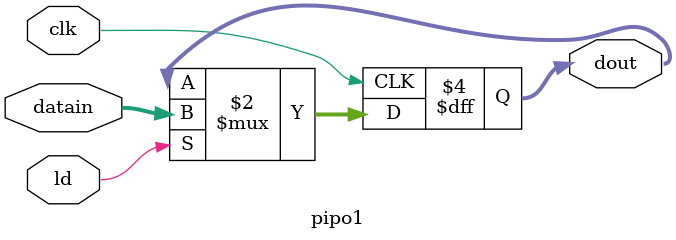
<source format=v>
module pipo1(input[15:0] datain,
input ld,clk,
output reg[15:0] dout
);
always@(posedge clk)
if(ld) dout <= datain;
endmodule


</source>
